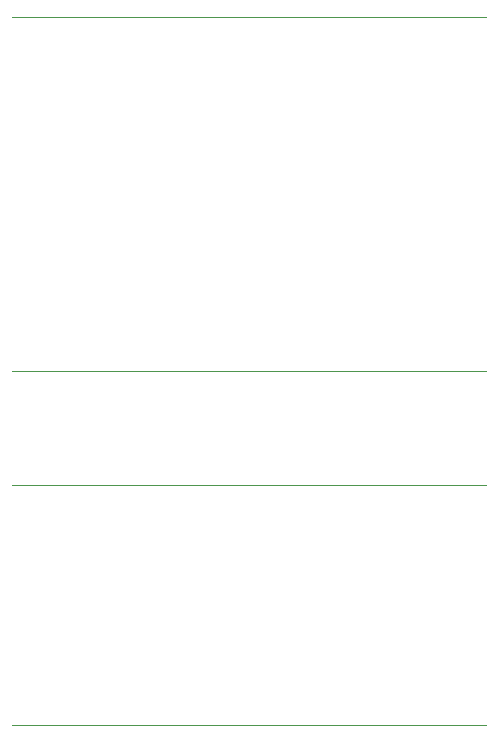
<source format=gbr>
G75*
G71*
%MOMM*%
%OFA0B0*%
%FSLAX53Y53*%
%IPPOS*%
%LPD*%
%ADD10C,0.00100*%
D10*
X0000000Y0019810D02*
X0040130Y0019810D01*
X0000000Y0040130D02*
X0040130Y0040130D01*
X0000000Y0049780D02*
X0040130Y0049780D01*
X0000000Y0079750D02*
X0040130Y0079750D01*
M02*

</source>
